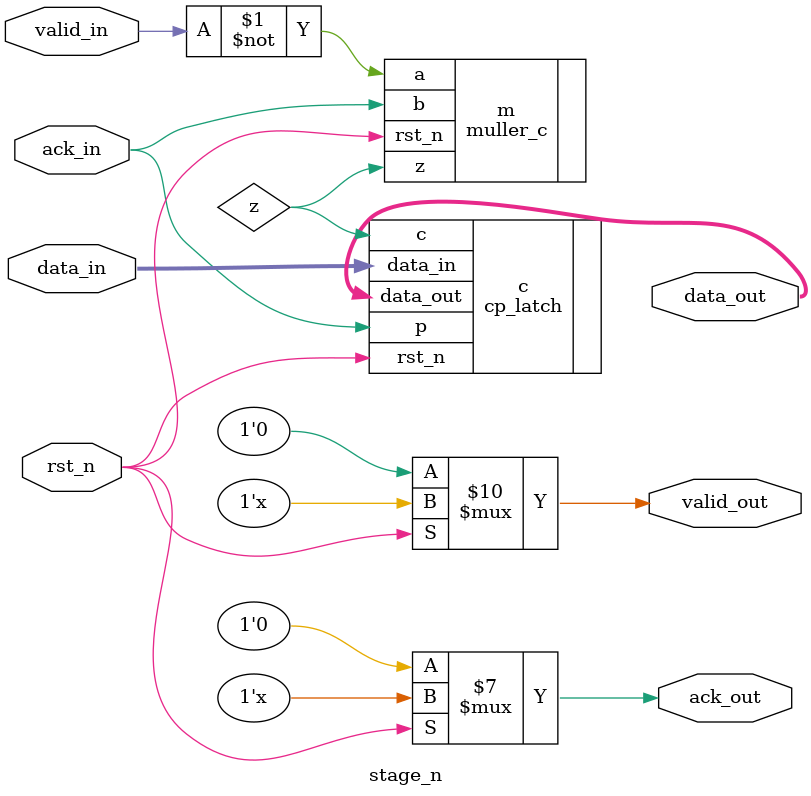
<source format=v>
`timescale 1ns / 1ps


module stage_n(
    rst_n,
    valid_in,
    ack_in,
    data_in,
    data_out,
    ack_out,
    valid_out
    );
    parameter data_width=3;
    input rst_n;
    input valid_in;
    input ack_in;
    input [data_width-1:0] data_in;
    output [data_width-1:0] data_out;
    output reg ack_out;
    output reg valid_out;
    wire z;
    muller_c m(
        .rst_n(rst_n),
        .a(~valid_in),
        .b(ack_in),
        .z(z)
    );
    always@(data_out,rst_n)
    begin
    if(!rst_n)
    begin
        valid_out = 0;
        ack_out = 0;
    end
    else begin
        valid_out = ~valid_out;
        ack_out = ~ack_out;
    end
    
    end
    cp_latch c(
        .rst_n(rst_n),
        .c(z),
        .p(ack_in),
        .data_in(data_in),
        .data_out(data_out)
    );
endmodule

</source>
